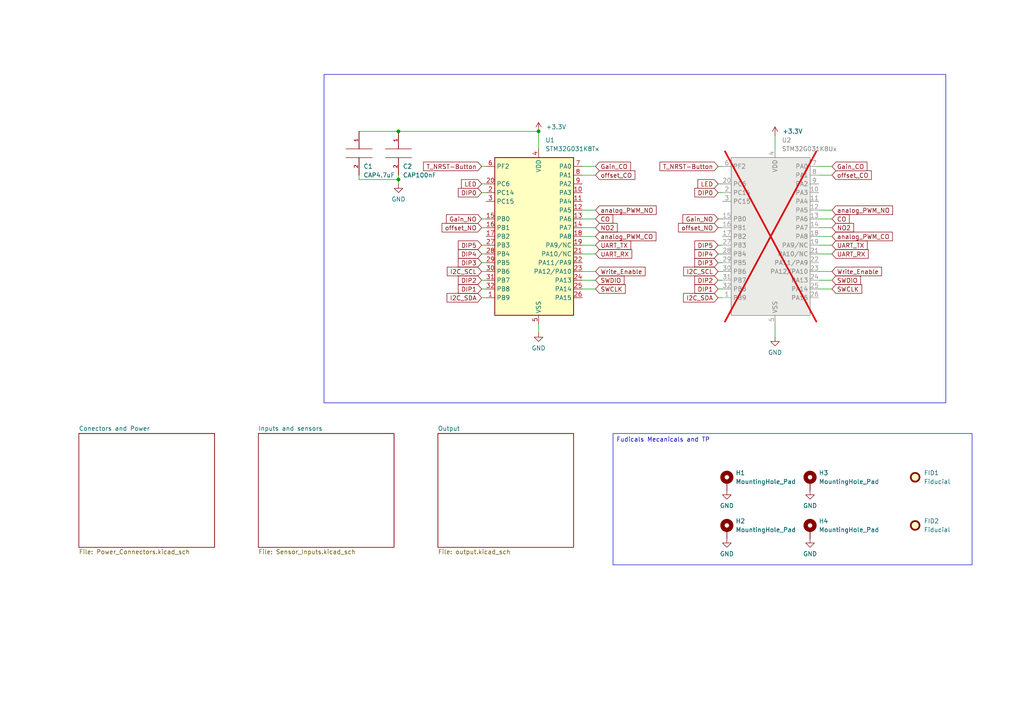
<source format=kicad_sch>
(kicad_sch (version 20230121) (generator eeschema)
  (paper "A4")
  (title_block (title "NO-CO Gas sensor") (date "2023-09-27") (comment 1 "Author: Felix Sarbach"))
  (lib_symbols
    (symbol "MCU_ST_STM32G0:STM32G031K8Tx"
      (property "Reference" "U" (at -10.16 24.13 0))
      (property "Value" "STM32G031K8Tx" (at 5.08 24.13 0))
      (symbol "STM32G031K8Tx_0_1"
        (rectangle (start -10.16 -22.86) (end 12.7 22.86) (stroke (width 0.254)) (fill (type background)))
      )
      (symbol "STM32G031K8Tx_1_1"
        (pin bidirectional line (at -12.7 -17.78 0) (length 2.54) (name "PB9") (number "1"))
        (pin bidirectional line (at 15.24 12.7 180) (length 2.54) (name "PA3") (number "10"))
        (pin bidirectional line (at 15.24 10.16 180) (length 2.54) (name "PA4") (number "11"))
        (pin bidirectional line (at 15.24 7.62 180) (length 2.54) (name "PA5") (number "12"))
        (pin bidirectional line (at 15.24 5.08 180) (length 2.54) (name "PA6") (number "13"))
        (pin bidirectional line (at 15.24 2.54 180) (length 2.54) (name "PA7") (number "14"))
        (pin bidirectional line (at -12.7 5.08 0) (length 2.54) (name "PB0") (number "15"))
        (pin bidirectional line (at -12.7 2.54 0) (length 2.54) (name "PB1") (number "16"))
        (pin bidirectional line (at -12.7 0 0) (length 2.54) (name "PB2") (number "17"))
        (pin bidirectional line (at 15.24 0 180) (length 2.54) (name "PA8") (number "18"))
        (pin bidirectional line (at 15.24 -2.54 180) (length 2.54) (name "PA9/NC") (number "19"))
        (pin bidirectional line (at -12.7 12.7 0) (length 2.54) (name "PC14") (number "2"))
        (pin bidirectional line (at -12.7 15.24 0) (length 2.54) (name "PC6") (number "20"))
        (pin bidirectional line (at 15.24 -5.08 180) (length 2.54) (name "PA10/NC") (number "21"))
        (pin bidirectional line (at 15.24 -7.62 180) (length 2.54) (name "PA11/PA9") (number "22"))
        (pin bidirectional line (at 15.24 -10.16 180) (length 2.54) (name "PA12/PA10") (number "23"))
        (pin bidirectional line (at 15.24 -12.7 180) (length 2.54) (name "PA13") (number "24"))
        (pin bidirectional line (at 15.24 -15.24 180) (length 2.54) (name "PA14") (number "25"))
        (pin bidirectional line (at 15.24 -17.78 180) (length 2.54) (name "PA15") (number "26"))
        (pin bidirectional line (at -12.7 -2.54 0) (length 2.54) (name "PB3") (number "27"))
        (pin bidirectional line (at -12.7 -5.08 0) (length 2.54) (name "PB4") (number "28"))
        (pin bidirectional line (at -12.7 -7.62 0) (length 2.54) (name "PB5") (number "29"))
        (pin bidirectional line (at -12.7 10.16 0) (length 2.54) (name "PC15") (number "3"))
        (pin bidirectional line (at -12.7 -10.16 0) (length 2.54) (name "PB6") (number "30"))
        (pin bidirectional line (at -12.7 -12.7 0) (length 2.54) (name "PB7") (number "31"))
        (pin bidirectional line (at -12.7 -15.24 0) (length 2.54) (name "PB8") (number "32"))
        (pin power_in line (at 2.54 25.4 270) (length 2.54) (name "VDD") (number "4"))
        (pin power_in line (at 2.54 -25.4 90) (length 2.54) (name "VSS") (number "5"))
        (pin bidirectional line (at -12.7 20.32 0) (length 2.54) (name "PF2") (number "6"))
        (pin bidirectional line (at 15.24 20.32 180) (length 2.54) (name "PA0") (number "7"))
        (pin bidirectional line (at 15.24 17.78 180) (length 2.54) (name "PA1") (number "8"))
        (pin bidirectional line (at 15.24 15.24 180) (length 2.54) (name "PA2") (number "9"))
      )
    )
    (symbol "MCU_ST_STM32G0:STM32G031K8Ux"
      (property "Reference" "U" (at -10.16 24.13 0))
      (property "Value" "STM32G031K8Ux" (at 5.08 24.13 0))
      (symbol "STM32G031K8Ux_0_1"
        (rectangle (start -10.16 -22.86) (end 12.7 22.86) (stroke (width 0.254)) (fill (type background)))
      )
      (symbol "STM32G031K8Ux_1_1"
        (pin bidirectional line (at -12.7 -17.78 0) (length 2.54) (name "PB9") (number "1"))
        (pin bidirectional line (at 15.24 12.7 180) (length 2.54) (name "PA3") (number "10"))
        (pin bidirectional line (at 15.24 10.16 180) (length 2.54) (name "PA4") (number "11"))
        (pin bidirectional line (at 15.24 7.62 180) (length 2.54) (name "PA5") (number "12"))
        (pin bidirectional line (at 15.24 5.08 180) (length 2.54) (name "PA6") (number "13"))
        (pin bidirectional line (at 15.24 2.54 180) (length 2.54) (name "PA7") (number "14"))
        (pin bidirectional line (at -12.7 5.08 0) (length 2.54) (name "PB0") (number "15"))
        (pin bidirectional line (at -12.7 2.54 0) (length 2.54) (name "PB1") (number "16"))
        (pin bidirectional line (at -12.7 0 0) (length 2.54) (name "PB2") (number "17"))
        (pin bidirectional line (at 15.24 0 180) (length 2.54) (name "PA8") (number "18"))
        (pin bidirectional line (at 15.24 -2.54 180) (length 2.54) (name "PA9/NC") (number "19"))
        (pin bidirectional line (at -12.7 12.7 0) (length 2.54) (name "PC14") (number "2"))
        (pin bidirectional line (at -12.7 15.24 0) (length 2.54) (name "PC6") (number "20"))
        (pin bidirectional line (at 15.24 -5.08 180) (length 2.54) (name "PA10/NC") (number "21"))
        (pin bidirectional line (at 15.24 -7.62 180) (length 2.54) (name "PA11/PA9") (number "22"))
        (pin bidirectional line (at 15.24 -10.16 180) (length 2.54) (name "PA12/PA10") (number "23"))
        (pin bidirectional line (at 15.24 -12.7 180) (length 2.54) (name "PA13") (number "24"))
        (pin bidirectional line (at 15.24 -15.24 180) (length 2.54) (name "PA14") (number "25"))
        (pin bidirectional line (at 15.24 -17.78 180) (length 2.54) (name "PA15") (number "26"))
        (pin bidirectional line (at -12.7 -2.54 0) (length 2.54) (name "PB3") (number "27"))
        (pin bidirectional line (at -12.7 -5.08 0) (length 2.54) (name "PB4") (number "28"))
        (pin bidirectional line (at -12.7 -7.62 0) (length 2.54) (name "PB5") (number "29"))
        (pin bidirectional line (at -12.7 10.16 0) (length 2.54) (name "PC15") (number "3"))
        (pin bidirectional line (at -12.7 -10.16 0) (length 2.54) (name "PB6") (number "30"))
        (pin bidirectional line (at -12.7 -12.7 0) (length 2.54) (name "PB7") (number "31"))
        (pin bidirectional line (at -12.7 -15.24 0) (length 2.54) (name "PB8") (number "32"))
        (pin passive line (at 2.54 -25.4 90) (length 2.54) hide (name "VSS") (number "33"))
        (pin power_in line (at 2.54 25.4 270) (length 2.54) (name "VDD") (number "4"))
        (pin power_in line (at 2.54 -25.4 90) (length 2.54) (name "VSS") (number "5"))
        (pin bidirectional line (at -12.7 20.32 0) (length 2.54) (name "PF2") (number "6"))
        (pin bidirectional line (at 15.24 20.32 180) (length 2.54) (name "PA0") (number "7"))
        (pin bidirectional line (at 15.24 17.78 180) (length 2.54) (name "PA1") (number "8"))
        (pin bidirectional line (at 15.24 15.24 180) (length 2.54) (name "PA2") (number "9"))
      )
    )
    (symbol "Mechanical:Fiducial"
      (property "Reference" "FID" (at 0 5.08 0))
      (property "Value" "Fiducial" (at 0 3.175 0))
      (symbol "Fiducial_0_1"
        (circle (center 0 0) (radius 1.27) (stroke (width 0.508)) (fill (type background)))
      )
    )
    (symbol "Mechanical:MountingHole_Pad" (pin_numbers hide) (pin_names (offset 1.016) hide)
      (property "Reference" "H" (at 0 6.35 0))
      (property "Value" "MountingHole_Pad" (at 0 4.445 0))
      (symbol "MountingHole_Pad_0_1"
        (circle (center 0 1.27) (radius 1.27) (stroke (width 1.27)))
      )
      (symbol "MountingHole_Pad_1_1"
        (pin input line (at 0 -2.54 90) (length 2.54) (name "1") (number "1"))
      )
    )
    (symbol "power:+3.3V" (power) (pin_names (offset 0))
      (property "Value" "+3.3V" (at 0 3.556 0))
      (symbol "+3.3V_0_1"
        (polyline (pts (xy -0.762 1.27) (xy 0 2.54)))
        (polyline (pts (xy 0 0) (xy 0 2.54)))
        (polyline (pts (xy 0 2.54) (xy 0.762 1.27)))
      )
      (symbol "+3.3V_1_1"
        (pin power_in line (at 0 0 90) (length 0) hide (name "+3.3V") (number "1"))
      )
    )
    (symbol "power:GND" (power) (pin_names (offset 0))
      (property "Value" "GND" (at 0 -3.81 0))
      (symbol "GND_0_1"
        (polyline (pts (xy 0 0) (xy 0 -1.27) (xy 1.27 -1.27) (xy 0 -2.54) (xy -1.27 -1.27) (xy 0 -1.27)))
      )
      (symbol "GND_1_1"
        (pin power_in line (at 0 0 270) (length 0) hide (name "GND") (number "1"))
      )
    )
    (symbol "pspice:CAP" (pin_names (offset 0.254))
      (property "Reference" "C" (at 2.54 3.81 90))
      (property "Value" "CAP" (at 2.54 -3.81 90))
      (symbol "CAP_0_1"
        (polyline (pts (xy -3.81 -1.27) (xy 3.81 -1.27)))
        (polyline (pts (xy -3.81 1.27) (xy 3.81 1.27)))
      )
      (symbol "CAP_1_1"
        (pin passive line (at 0 6.35 270) (length 5.08) (name "~") (number "1"))
        (pin passive line (at 0 -6.35 90) (length 5.08) (name "~") (number "2"))
      )
    )
  )
  (junction (at 156.21 38.1))
  (junction (at 115.57 38.1))
  (junction (at 115.57 52.07))
  (wire (pts (xy 104.14 38.1) (xy 115.57 38.1)))
  (wire (pts (xy 237.49 50.8) (xy 241.3 50.8)))
  (wire (pts (xy 208.28 73.66) (xy 209.55 73.66)))
  (wire (pts (xy 139.7 48.26) (xy 140.97 48.26)))
  (wire (pts (xy 208.28 48.26) (xy 209.55 48.26)))
  (wire (pts (xy 208.28 55.88) (xy 209.55 55.88)))
  (wire (pts (xy 224.79 93.98) (xy 224.79 97.79)))
  (wire (pts (xy 139.7 66.04) (xy 140.97 66.04)))
  (wire (pts (xy 208.28 63.5) (xy 209.55 63.5)))
  (wire (pts (xy 115.57 52.07) (xy 115.57 50.8)))
  (wire (pts (xy 104.14 52.07) (xy 104.14 50.8)))
  (wire (pts (xy 168.91 71.12) (xy 172.72 71.12)))
  (wire (pts (xy 237.49 63.5) (xy 241.3 63.5)))
  (wire (pts (xy 168.91 83.82) (xy 172.72 83.82)))
  (wire (pts (xy 115.57 53.34) (xy 115.57 52.07)))
  (wire (pts (xy 168.91 48.26) (xy 172.72 48.26)))
  (wire (pts (xy 208.28 66.04) (xy 209.55 66.04)))
  (wire (pts (xy 237.49 78.74) (xy 241.3 78.74)))
  (wire (pts (xy 237.49 48.26) (xy 241.3 48.26)))
  (wire (pts (xy 139.7 53.34) (xy 140.97 53.34)))
  (wire (pts (xy 208.28 81.28) (xy 209.55 81.28)))
  (wire (pts (xy 168.91 50.8) (xy 172.72 50.8)))
  (wire (pts (xy 156.21 38.1) (xy 156.21 43.18)))
  (wire (pts (xy 237.49 83.82) (xy 241.3 83.82)))
  (wire (pts (xy 208.28 86.36) (xy 209.55 86.36)))
  (wire (pts (xy 208.28 76.2) (xy 209.55 76.2)))
  (wire (pts (xy 237.49 68.58) (xy 241.3 68.58)))
  (wire (pts (xy 139.7 83.82) (xy 140.97 83.82)))
  (wire (pts (xy 168.91 68.58) (xy 172.72 68.58)))
  (wire (pts (xy 168.91 63.5) (xy 172.72 63.5)))
  (wire (pts (xy 208.28 53.34) (xy 209.55 53.34)))
  (wire (pts (xy 139.7 71.12) (xy 140.97 71.12)))
  (wire (pts (xy 168.91 81.28) (xy 172.72 81.28)))
  (wire (pts (xy 168.91 60.96) (xy 172.72 60.96)))
  (wire (pts (xy 139.7 76.2) (xy 140.97 76.2)))
  (wire (pts (xy 208.28 71.12) (xy 209.55 71.12)))
  (wire (pts (xy 156.21 93.98) (xy 156.21 96.52)))
  (wire (pts (xy 168.91 78.74) (xy 172.72 78.74)))
  (wire (pts (xy 139.7 86.36) (xy 140.97 86.36)))
  (wire (pts (xy 139.7 73.66) (xy 140.97 73.66)))
  (wire (pts (xy 224.79 39.37) (xy 224.79 43.18)))
  (wire (pts (xy 237.49 71.12) (xy 241.3 71.12)))
  (wire (pts (xy 139.7 55.88) (xy 140.97 55.88)))
  (wire (pts (xy 208.28 78.74) (xy 209.55 78.74)))
  (wire (pts (xy 115.57 38.1) (xy 156.21 38.1)))
  (wire (pts (xy 237.49 73.66) (xy 241.3 73.66)))
  (wire (pts (xy 237.49 66.04) (xy 241.3 66.04)))
  (wire (pts (xy 168.91 66.04) (xy 172.72 66.04)))
  (wire (pts (xy 139.7 81.28) (xy 140.97 81.28)))
  (wire (pts (xy 139.7 63.5) (xy 140.97 63.5)))
  (wire (pts (xy 168.91 73.66) (xy 172.72 73.66)))
  (wire (pts (xy 104.14 52.07) (xy 115.57 52.07)))
  (wire (pts (xy 237.49 60.96) (xy 241.3 60.96)))
  (wire (pts (xy 237.49 81.28) (xy 241.3 81.28)))
  (wire (pts (xy 139.7 78.74) (xy 140.97 78.74)))
  (wire (pts (xy 208.28 83.82) (xy 209.55 83.82)))
  (rectangle (start 93.98 21.59) (end 274.32 116.84))
  (text_box "Fudicals Mecanicals and TP" (at 177.8 125.73 0) (size 104.14 38.1) (effects (font (size 1.27 1.27)) (justify left top)))
  (global_label "CO" (shape input) (at 172.72 63.5 0) (property "Intersheetrefs" "${INTERSHEET_REFS}" (effects hide)))
  (global_label "DIP0" (shape input) (at 139.7 55.88 180) (property "Intersheetrefs" "${INTERSHEET_REFS}" (effects hide)))
  (global_label "DIP3" (shape input) (at 208.28 76.2 180) (property "Intersheetrefs" "${INTERSHEET_REFS}" (effects hide)))
  (global_label "UART_TX" (shape input) (at 172.72 71.12 0) (property "Intersheetrefs" "${INTERSHEET_REFS}" (effects hide)))
  (global_label "DIP2" (shape input) (at 208.28 81.28 180) (property "Intersheetrefs" "${INTERSHEET_REFS}" (effects hide)))
  (global_label "analog_PWM_CO" (shape input) (at 241.3 68.58 0) (property "Intersheetrefs" "${INTERSHEET_REFS}" (effects hide)))
  (global_label "Write_Enable" (shape input) (at 172.72 78.74 0) (property "Intersheetrefs" "${INTERSHEET_REFS}" (effects hide)))
  (global_label "DIP4" (shape input) (at 139.7 73.66 180) (property "Intersheetrefs" "${INTERSHEET_REFS}" (effects hide)))
  (global_label "I2C_SDA" (shape input) (at 208.28 86.36 180) (property "Intersheetrefs" "${INTERSHEET_REFS}" (effects hide)))
  (global_label "DIP5" (shape input) (at 139.7 71.12 180) (property "Intersheetrefs" "${INTERSHEET_REFS}" (effects hide)))
  (global_label "UART_TX" (shape input) (at 241.3 71.12 0) (property "Intersheetrefs" "${INTERSHEET_REFS}" (effects hide)))
  (global_label "Write_Enable" (shape input) (at 241.3 78.74 0) (property "Intersheetrefs" "${INTERSHEET_REFS}" (effects hide)))
  (global_label "SWCLK" (shape input) (at 241.3 83.82 0) (property "Intersheetrefs" "${INTERSHEET_REFS}" (effects hide)))
  (global_label "analog_PWM_CO" (shape input) (at 172.72 68.58 0) (property "Intersheetrefs" "${INTERSHEET_REFS}" (effects hide)))
  (global_label "I2C_SCL" (shape input) (at 139.7 78.74 180) (property "Intersheetrefs" "${INTERSHEET_REFS}" (effects hide)))
  (global_label "DIP1" (shape input) (at 139.7 83.82 180) (property "Intersheetrefs" "${INTERSHEET_REFS}" (effects hide)))
  (global_label "offset_CO" (shape input) (at 172.72 50.8 0) (property "Intersheetrefs" "${INTERSHEET_REFS}" (effects hide)))
  (global_label "Gain_NO" (shape input) (at 208.28 63.5 180) (property "Intersheetrefs" "${INTERSHEET_REFS}" (effects hide)))
  (global_label "SWDIO" (shape input) (at 172.72 81.28 0) (property "Intersheetrefs" "${INTERSHEET_REFS}" (effects hide)))
  (global_label "DIP2" (shape input) (at 139.7 81.28 180) (property "Intersheetrefs" "${INTERSHEET_REFS}" (effects hide)))
  (global_label "DIP3" (shape input) (at 139.7 76.2 180) (property "Intersheetrefs" "${INTERSHEET_REFS}" (effects hide)))
  (global_label "NO2" (shape input) (at 241.3 66.04 0) (property "Intersheetrefs" "${INTERSHEET_REFS}" (effects hide)))
  (global_label "analog_PWM_NO" (shape input) (at 172.72 60.96 0) (property "Intersheetrefs" "${INTERSHEET_REFS}" (effects hide)))
  (global_label "UART_RX" (shape input) (at 172.72 73.66 0) (property "Intersheetrefs" "${INTERSHEET_REFS}" (effects hide)))
  (global_label "DIP1" (shape input) (at 208.28 83.82 180) (property "Intersheetrefs" "${INTERSHEET_REFS}" (effects hide)))
  (global_label "Gain_CO" (shape input) (at 172.72 48.26 0) (property "Intersheetrefs" "${INTERSHEET_REFS}" (effects hide)))
  (global_label "I2C_SDA" (shape input) (at 139.7 86.36 180) (property "Intersheetrefs" "${INTERSHEET_REFS}" (effects hide)))
  (global_label "offset_NO" (shape input) (at 139.7 66.04 180) (property "Intersheetrefs" "${INTERSHEET_REFS}" (effects hide)))
  (global_label "SWCLK" (shape input) (at 172.72 83.82 0) (property "Intersheetrefs" "${INTERSHEET_REFS}" (effects hide)))
  (global_label "analog_PWM_NO" (shape input) (at 241.3 60.96 0) (property "Intersheetrefs" "${INTERSHEET_REFS}" (effects hide)))
  (global_label "I2C_SCL" (shape input) (at 208.28 78.74 180) (property "Intersheetrefs" "${INTERSHEET_REFS}" (effects hide)))
  (global_label "DIP5" (shape input) (at 208.28 71.12 180) (property "Intersheetrefs" "${INTERSHEET_REFS}" (effects hide)))
  (global_label "T_NRST-Button" (shape input) (at 139.7 48.26 180) (property "Intersheetrefs" "${INTERSHEET_REFS}" (effects hide)))
  (global_label "Gain_CO" (shape input) (at 241.3 48.26 0) (property "Intersheetrefs" "${INTERSHEET_REFS}" (effects hide)))
  (global_label "offset_NO" (shape input) (at 208.28 66.04 180) (property "Intersheetrefs" "${INTERSHEET_REFS}" (effects hide)))
  (global_label "SWDIO" (shape input) (at 241.3 81.28 0) (property "Intersheetrefs" "${INTERSHEET_REFS}" (effects hide)))
  (global_label "DIP0" (shape input) (at 208.28 55.88 180) (property "Intersheetrefs" "${INTERSHEET_REFS}" (effects hide)))
  (global_label "CO" (shape input) (at 241.3 63.5 0) (property "Intersheetrefs" "${INTERSHEET_REFS}" (effects hide)))
  (global_label "T_NRST-Button" (shape input) (at 208.28 48.26 180) (property "Intersheetrefs" "${INTERSHEET_REFS}" (effects hide)))
  (global_label "Gain_NO" (shape input) (at 139.7 63.5 180) (property "Intersheetrefs" "${INTERSHEET_REFS}" (effects hide)))
  (global_label "offset_CO" (shape input) (at 241.3 50.8 0) (property "Intersheetrefs" "${INTERSHEET_REFS}" (effects hide)))
  (global_label "NO2" (shape input) (at 172.72 66.04 0) (property "Intersheetrefs" "${INTERSHEET_REFS}" (effects hide)))
  (global_label "DIP4" (shape input) (at 208.28 73.66 180) (property "Intersheetrefs" "${INTERSHEET_REFS}" (effects hide)))
  (global_label "LED" (shape input) (at 139.7 53.34 180) (property "Intersheetrefs" "${INTERSHEET_REFS}" (effects hide)))
  (global_label "LED" (shape input) (at 208.28 53.34 180) (property "Intersheetrefs" "${INTERSHEET_REFS}" (effects hide)))
  (global_label "UART_RX" (shape input) (at 241.3 73.66 0) (property "Intersheetrefs" "${INTERSHEET_REFS}" (effects hide)))
  (symbol (lib_id "pspice:CAP") (at 115.57 44.45 0) (unit 1)
    (property "Reference" "C2" (at 116.84 48.26 0) (effects (justify left)))
    (property "Value" "CAP100nF" (at 116.84 50.8 0) (effects (justify left)))
    (property "Footprint" "Capacitor_SMD:C_1206_3216Metric" (effects hide))
  )
  (symbol (lib_id "Mechanical:MountingHole_Pad") (at 234.95 139.7 0) (unit 1)
    (property "Reference" "H3" (at 237.49 137.16 0) (effects (justify left)))
    (property "Value" "MountingHole_Pad" (at 237.49 139.7 0) (effects (justify left)))
    (property "Footprint" "MountingHole:MountingHole_3.2mm_M3_DIN965_Pad" (effects hide))
  )
  (symbol (lib_id "power:+3.3V") (at 224.79 39.37 0) (unit 1)
    (property "Reference" "#PWR018" (effects hide))
    (property "Value" "+3.3V" (at 229.87 38.1 0))
  )
  (symbol (lib_id "Mechanical:Fiducial") (at 265.43 138.43 0) (unit 1)
    (property "Reference" "FID1" (at 267.97 137.16 0) (effects (justify left)))
    (property "Value" "Fiducial" (at 267.97 139.7 0) (effects (justify left)))
    (property "Footprint" "Fiducial:Fiducial_1.5mm_Mask3mm" (effects hide))
  )
  (symbol (lib_id "power:GND") (at 234.95 142.24 0) (unit 1)
    (property "Reference" "#PWR043" (effects hide))
    (property "Value" "GND" (at 234.95 146.685 0))
  )
  (symbol (lib_id "power:GND") (at 234.95 156.21 0) (unit 1)
    (property "Reference" "#PWR044" (effects hide))
    (property "Value" "GND" (at 234.95 160.655 0))
  )
  (symbol (lib_id "power:+3.3V") (at 156.21 38.1 0) (unit 1)
    (property "Reference" "#PWR04" (effects hide))
    (property "Value" "+3.3V" (at 161.29 36.83 0))
  )
  (symbol (lib_id "power:GND") (at 210.82 156.21 0) (unit 1)
    (property "Reference" "#PWR039" (effects hide))
    (property "Value" "GND" (at 210.82 160.655 0))
  )
  (symbol (lib_id "power:GND") (at 210.82 142.24 0) (unit 1)
    (property "Reference" "#PWR038" (effects hide))
    (property "Value" "GND" (at 210.82 146.685 0))
  )
  (symbol (lib_id "Mechanical:MountingHole_Pad") (at 210.82 153.67 0) (unit 1)
    (property "Reference" "H2" (at 213.36 151.13 0) (effects (justify left)))
    (property "Value" "MountingHole_Pad" (at 213.36 153.67 0) (effects (justify left)))
    (property "Footprint" "MountingHole:MountingHole_3.2mm_M3_DIN965_Pad" (effects hide))
  )
  (symbol (lib_id "Mechanical:Fiducial") (at 265.43 152.4 0) (unit 1)
    (property "Reference" "FID2" (at 267.97 151.13 0) (effects (justify left)))
    (property "Value" "Fiducial" (at 267.97 153.67 0) (effects (justify left)))
    (property "Footprint" "Fiducial:Fiducial_1.5mm_Mask3mm" (effects hide))
  )
  (symbol (lib_id "power:GND") (at 224.79 97.79 0) (unit 1)
    (property "Reference" "#PWR019" (effects hide))
    (property "Value" "GND" (at 224.79 102.235 0))
  )
  (symbol (lib_id "MCU_ST_STM32G0:STM32G031K8Ux") (at 222.25 68.58 0) (unit 1) (in_bom no) (dnp yes)
    (property "Reference" "U2" (at 226.7459 40.64 0) (effects (justify left)))
    (property "Value" "STM32G031K8Ux" (at 226.7459 43.18 0) (effects (justify left)))
    (property "Footprint" "Package_DFN_QFN:QFN-32-1EP_5x5mm_P0.5mm_EP3.45x3.45mm" (effects hide))
    (property "Datasheet" "https://www.st.com/resource/en/datasheet/stm32g031k8.pdf" (effects hide))
  )
  (symbol (lib_id "power:GND") (at 115.57 53.34 0) (unit 1)
    (property "Reference" "#PWR03" (effects hide))
    (property "Value" "GND" (at 115.57 57.785 0))
  )
  (symbol (lib_id "pspice:CAP") (at 104.14 44.45 0) (unit 1)
    (property "Reference" "C1" (at 105.41 48.26 0) (effects (justify left)))
    (property "Value" "CAP4.7uF" (at 105.41 50.8 0) (effects (justify left)))
    (property "Footprint" "Capacitor_SMD:C_1206_3216Metric" (effects hide))
  )
  (symbol (lib_id "Mechanical:MountingHole_Pad") (at 210.82 139.7 0) (unit 1)
    (property "Reference" "H1" (at 213.36 137.16 0) (effects (justify left)))
    (property "Value" "MountingHole_Pad" (at 213.36 139.7 0) (effects (justify left)))
    (property "Footprint" "MountingHole:MountingHole_3.2mm_M3_DIN965_Pad" (effects hide))
  )
  (symbol (lib_id "MCU_ST_STM32G0:STM32G031K8Tx") (at 153.67 68.58 0) (unit 1)
    (property "Reference" "U1" (at 158.1659 40.64 0) (effects (justify left)))
    (property "Value" "STM32G031K8Tx" (at 158.1659 43.18 0) (effects (justify left)))
    (property "Footprint" "Package_QFP:LQFP-32_7x7mm_P0.8mm" (effects hide))
    (property "Datasheet" "https://www.st.com/resource/en/datasheet/stm32g031k8.pdf" (effects hide))
  )
  (symbol (lib_id "power:GND") (at 156.21 96.52 0) (unit 1)
    (property "Reference" "#PWR05" (effects hide))
    (property "Value" "GND" (at 156.21 100.965 0))
  )
  (symbol (lib_id "Mechanical:MountingHole_Pad") (at 234.95 153.67 0) (unit 1)
    (property "Reference" "H4" (at 237.49 151.13 0) (effects (justify left)))
    (property "Value" "MountingHole_Pad" (at 237.49 153.67 0) (effects (justify left)))
    (property "Footprint" "MountingHole:MountingHole_3.2mm_M3_DIN965_Pad" (effects hide))
  )
  (sheet (at 22.86 125.73) (size 39.37 33.02) (stroke (width 0.1524))
    (property "Sheetname" "Conectors and Power" (at 22.86 125.0184 0) (effects (justify left bottom)))
    (property "Sheetfile" "Power_Connectors.kicad_sch" (at 22.86 159.3346 0) (effects (justify left top)))
  )
  (sheet (at 74.93 125.73) (size 39.37 33.02) (stroke (width 0.1524))
    (property "Sheetname" "Inputs and sensors" (at 74.93 125.0184 0) (effects (justify left bottom)))
    (property "Sheetfile" "Sensor_Inputs.kicad_sch" (at 74.93 159.3346 0) (effects (justify left top)))
  )
  (sheet (at 127 125.73) (size 39.37 33.02) (stroke (width 0.1524))
    (property "Sheetname" "Output" (at 127 125.0184 0) (effects (justify left bottom)))
    (property "Sheetfile" "output.kicad_sch" (at 127 159.3346 0) (effects (justify left top)))
  )
)
</source>
